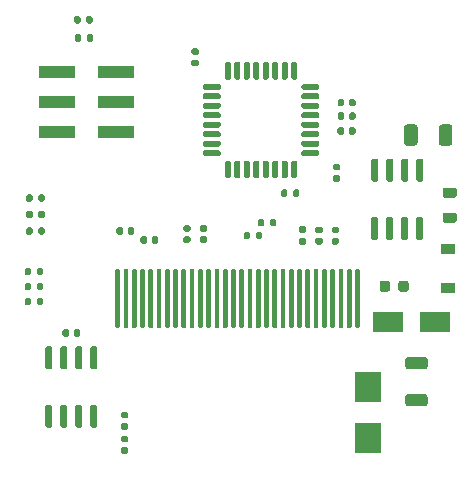
<source format=gbr>
%TF.GenerationSoftware,KiCad,Pcbnew,(5.1.10)-1*%
%TF.CreationDate,2021-10-31T13:05:10-04:00*%
%TF.ProjectId,CAN_Gauge,43414e5f-4761-4756-9765-2e6b69636164,rev?*%
%TF.SameCoordinates,Original*%
%TF.FileFunction,Paste,Top*%
%TF.FilePolarity,Positive*%
%FSLAX46Y46*%
G04 Gerber Fmt 4.6, Leading zero omitted, Abs format (unit mm)*
G04 Created by KiCad (PCBNEW (5.1.10)-1) date 2021-10-31 13:05:10*
%MOMM*%
%LPD*%
G01*
G04 APERTURE LIST*
%ADD10R,1.200000X0.900000*%
%ADD11R,3.150000X1.000000*%
%ADD12R,2.300000X2.500000*%
%ADD13R,2.500000X1.800000*%
G04 APERTURE END LIST*
%TO.C,L1*%
G36*
G01*
X151998650Y-92798600D02*
X151236150Y-92798600D01*
G75*
G02*
X151017400Y-92579850I0J218750D01*
G01*
X151017400Y-92142350D01*
G75*
G02*
X151236150Y-91923600I218750J0D01*
G01*
X151998650Y-91923600D01*
G75*
G02*
X152217400Y-92142350I0J-218750D01*
G01*
X152217400Y-92579850D01*
G75*
G02*
X151998650Y-92798600I-218750J0D01*
G01*
G37*
G36*
G01*
X151998650Y-94923600D02*
X151236150Y-94923600D01*
G75*
G02*
X151017400Y-94704850I0J218750D01*
G01*
X151017400Y-94267350D01*
G75*
G02*
X151236150Y-94048600I218750J0D01*
G01*
X151998650Y-94048600D01*
G75*
G02*
X152217400Y-94267350I0J-218750D01*
G01*
X152217400Y-94704850D01*
G75*
G02*
X151998650Y-94923600I-218750J0D01*
G01*
G37*
%TD*%
%TO.C,C11*%
G36*
G01*
X148888600Y-86829999D02*
X148888600Y-88130001D01*
G75*
G02*
X148638601Y-88380000I-249999J0D01*
G01*
X147988599Y-88380000D01*
G75*
G02*
X147738600Y-88130001I0J249999D01*
G01*
X147738600Y-86829999D01*
G75*
G02*
X147988599Y-86580000I249999J0D01*
G01*
X148638601Y-86580000D01*
G75*
G02*
X148888600Y-86829999I0J-249999D01*
G01*
G37*
G36*
G01*
X151838600Y-86829999D02*
X151838600Y-88130001D01*
G75*
G02*
X151588601Y-88380000I-249999J0D01*
G01*
X150938599Y-88380000D01*
G75*
G02*
X150688600Y-88130001I0J249999D01*
G01*
X150688600Y-86829999D01*
G75*
G02*
X150938599Y-86580000I249999J0D01*
G01*
X151588601Y-86580000D01*
G75*
G02*
X151838600Y-86829999I0J-249999D01*
G01*
G37*
%TD*%
D10*
%TO.C,D12*%
X151439600Y-100458400D03*
X151439600Y-97158400D03*
%TD*%
%TO.C,U3*%
G36*
G01*
X148927400Y-94415600D02*
X149227400Y-94415600D01*
G75*
G02*
X149377400Y-94565600I0J-150000D01*
G01*
X149377400Y-96215600D01*
G75*
G02*
X149227400Y-96365600I-150000J0D01*
G01*
X148927400Y-96365600D01*
G75*
G02*
X148777400Y-96215600I0J150000D01*
G01*
X148777400Y-94565600D01*
G75*
G02*
X148927400Y-94415600I150000J0D01*
G01*
G37*
G36*
G01*
X147657400Y-94415600D02*
X147957400Y-94415600D01*
G75*
G02*
X148107400Y-94565600I0J-150000D01*
G01*
X148107400Y-96215600D01*
G75*
G02*
X147957400Y-96365600I-150000J0D01*
G01*
X147657400Y-96365600D01*
G75*
G02*
X147507400Y-96215600I0J150000D01*
G01*
X147507400Y-94565600D01*
G75*
G02*
X147657400Y-94415600I150000J0D01*
G01*
G37*
G36*
G01*
X146387400Y-94415600D02*
X146687400Y-94415600D01*
G75*
G02*
X146837400Y-94565600I0J-150000D01*
G01*
X146837400Y-96215600D01*
G75*
G02*
X146687400Y-96365600I-150000J0D01*
G01*
X146387400Y-96365600D01*
G75*
G02*
X146237400Y-96215600I0J150000D01*
G01*
X146237400Y-94565600D01*
G75*
G02*
X146387400Y-94415600I150000J0D01*
G01*
G37*
G36*
G01*
X145117400Y-94415600D02*
X145417400Y-94415600D01*
G75*
G02*
X145567400Y-94565600I0J-150000D01*
G01*
X145567400Y-96215600D01*
G75*
G02*
X145417400Y-96365600I-150000J0D01*
G01*
X145117400Y-96365600D01*
G75*
G02*
X144967400Y-96215600I0J150000D01*
G01*
X144967400Y-94565600D01*
G75*
G02*
X145117400Y-94415600I150000J0D01*
G01*
G37*
G36*
G01*
X145117400Y-89465600D02*
X145417400Y-89465600D01*
G75*
G02*
X145567400Y-89615600I0J-150000D01*
G01*
X145567400Y-91265600D01*
G75*
G02*
X145417400Y-91415600I-150000J0D01*
G01*
X145117400Y-91415600D01*
G75*
G02*
X144967400Y-91265600I0J150000D01*
G01*
X144967400Y-89615600D01*
G75*
G02*
X145117400Y-89465600I150000J0D01*
G01*
G37*
G36*
G01*
X146387400Y-89465600D02*
X146687400Y-89465600D01*
G75*
G02*
X146837400Y-89615600I0J-150000D01*
G01*
X146837400Y-91265600D01*
G75*
G02*
X146687400Y-91415600I-150000J0D01*
G01*
X146387400Y-91415600D01*
G75*
G02*
X146237400Y-91265600I0J150000D01*
G01*
X146237400Y-89615600D01*
G75*
G02*
X146387400Y-89465600I150000J0D01*
G01*
G37*
G36*
G01*
X147657400Y-89465600D02*
X147957400Y-89465600D01*
G75*
G02*
X148107400Y-89615600I0J-150000D01*
G01*
X148107400Y-91265600D01*
G75*
G02*
X147957400Y-91415600I-150000J0D01*
G01*
X147657400Y-91415600D01*
G75*
G02*
X147507400Y-91265600I0J150000D01*
G01*
X147507400Y-89615600D01*
G75*
G02*
X147657400Y-89465600I150000J0D01*
G01*
G37*
G36*
G01*
X148927400Y-89465600D02*
X149227400Y-89465600D01*
G75*
G02*
X149377400Y-89615600I0J-150000D01*
G01*
X149377400Y-91265600D01*
G75*
G02*
X149227400Y-91415600I-150000J0D01*
G01*
X148927400Y-91415600D01*
G75*
G02*
X148777400Y-91265600I0J150000D01*
G01*
X148777400Y-89615600D01*
G75*
G02*
X148927400Y-89465600I150000J0D01*
G01*
G37*
%TD*%
%TO.C,C10*%
G36*
G01*
X147268400Y-100537850D02*
X147268400Y-100025350D01*
G75*
G02*
X147487150Y-99806600I218750J0D01*
G01*
X147924650Y-99806600D01*
G75*
G02*
X148143400Y-100025350I0J-218750D01*
G01*
X148143400Y-100537850D01*
G75*
G02*
X147924650Y-100756600I-218750J0D01*
G01*
X147487150Y-100756600D01*
G75*
G02*
X147268400Y-100537850I0J218750D01*
G01*
G37*
G36*
G01*
X145693400Y-100537850D02*
X145693400Y-100025350D01*
G75*
G02*
X145912150Y-99806600I218750J0D01*
G01*
X146349650Y-99806600D01*
G75*
G02*
X146568400Y-100025350I0J-218750D01*
G01*
X146568400Y-100537850D01*
G75*
G02*
X146349650Y-100756600I-218750J0D01*
G01*
X145912150Y-100756600D01*
G75*
G02*
X145693400Y-100537850I0J218750D01*
G01*
G37*
%TD*%
%TO.C,U4*%
G36*
G01*
X123304000Y-103723000D02*
X123304000Y-98923000D01*
G75*
G02*
X123404000Y-98823000I100000J0D01*
G01*
X123604000Y-98823000D01*
G75*
G02*
X123704000Y-98923000I0J-100000D01*
G01*
X123704000Y-103723000D01*
G75*
G02*
X123604000Y-103823000I-100000J0D01*
G01*
X123404000Y-103823000D01*
G75*
G02*
X123304000Y-103723000I0J100000D01*
G01*
G37*
G36*
G01*
X124004000Y-103723000D02*
X124004000Y-98923000D01*
G75*
G02*
X124104000Y-98823000I100000J0D01*
G01*
X124304000Y-98823000D01*
G75*
G02*
X124404000Y-98923000I0J-100000D01*
G01*
X124404000Y-103723000D01*
G75*
G02*
X124304000Y-103823000I-100000J0D01*
G01*
X124104000Y-103823000D01*
G75*
G02*
X124004000Y-103723000I0J100000D01*
G01*
G37*
G36*
G01*
X124704000Y-103723000D02*
X124704000Y-98923000D01*
G75*
G02*
X124804000Y-98823000I100000J0D01*
G01*
X125004000Y-98823000D01*
G75*
G02*
X125104000Y-98923000I0J-100000D01*
G01*
X125104000Y-103723000D01*
G75*
G02*
X125004000Y-103823000I-100000J0D01*
G01*
X124804000Y-103823000D01*
G75*
G02*
X124704000Y-103723000I0J100000D01*
G01*
G37*
G36*
G01*
X125404000Y-103723000D02*
X125404000Y-98923000D01*
G75*
G02*
X125504000Y-98823000I100000J0D01*
G01*
X125704000Y-98823000D01*
G75*
G02*
X125804000Y-98923000I0J-100000D01*
G01*
X125804000Y-103723000D01*
G75*
G02*
X125704000Y-103823000I-100000J0D01*
G01*
X125504000Y-103823000D01*
G75*
G02*
X125404000Y-103723000I0J100000D01*
G01*
G37*
G36*
G01*
X126104000Y-103723000D02*
X126104000Y-98923000D01*
G75*
G02*
X126204000Y-98823000I100000J0D01*
G01*
X126404000Y-98823000D01*
G75*
G02*
X126504000Y-98923000I0J-100000D01*
G01*
X126504000Y-103723000D01*
G75*
G02*
X126404000Y-103823000I-100000J0D01*
G01*
X126204000Y-103823000D01*
G75*
G02*
X126104000Y-103723000I0J100000D01*
G01*
G37*
G36*
G01*
X126804000Y-103723000D02*
X126804000Y-98923000D01*
G75*
G02*
X126904000Y-98823000I100000J0D01*
G01*
X127104000Y-98823000D01*
G75*
G02*
X127204000Y-98923000I0J-100000D01*
G01*
X127204000Y-103723000D01*
G75*
G02*
X127104000Y-103823000I-100000J0D01*
G01*
X126904000Y-103823000D01*
G75*
G02*
X126804000Y-103723000I0J100000D01*
G01*
G37*
G36*
G01*
X127504000Y-103723000D02*
X127504000Y-98923000D01*
G75*
G02*
X127604000Y-98823000I100000J0D01*
G01*
X127804000Y-98823000D01*
G75*
G02*
X127904000Y-98923000I0J-100000D01*
G01*
X127904000Y-103723000D01*
G75*
G02*
X127804000Y-103823000I-100000J0D01*
G01*
X127604000Y-103823000D01*
G75*
G02*
X127504000Y-103723000I0J100000D01*
G01*
G37*
G36*
G01*
X128204000Y-103723000D02*
X128204000Y-98923000D01*
G75*
G02*
X128304000Y-98823000I100000J0D01*
G01*
X128504000Y-98823000D01*
G75*
G02*
X128604000Y-98923000I0J-100000D01*
G01*
X128604000Y-103723000D01*
G75*
G02*
X128504000Y-103823000I-100000J0D01*
G01*
X128304000Y-103823000D01*
G75*
G02*
X128204000Y-103723000I0J100000D01*
G01*
G37*
G36*
G01*
X128904000Y-103723000D02*
X128904000Y-98923000D01*
G75*
G02*
X129004000Y-98823000I100000J0D01*
G01*
X129204000Y-98823000D01*
G75*
G02*
X129304000Y-98923000I0J-100000D01*
G01*
X129304000Y-103723000D01*
G75*
G02*
X129204000Y-103823000I-100000J0D01*
G01*
X129004000Y-103823000D01*
G75*
G02*
X128904000Y-103723000I0J100000D01*
G01*
G37*
G36*
G01*
X129604000Y-103723000D02*
X129604000Y-98923000D01*
G75*
G02*
X129704000Y-98823000I100000J0D01*
G01*
X129904000Y-98823000D01*
G75*
G02*
X130004000Y-98923000I0J-100000D01*
G01*
X130004000Y-103723000D01*
G75*
G02*
X129904000Y-103823000I-100000J0D01*
G01*
X129704000Y-103823000D01*
G75*
G02*
X129604000Y-103723000I0J100000D01*
G01*
G37*
G36*
G01*
X130304000Y-103723000D02*
X130304000Y-98923000D01*
G75*
G02*
X130404000Y-98823000I100000J0D01*
G01*
X130604000Y-98823000D01*
G75*
G02*
X130704000Y-98923000I0J-100000D01*
G01*
X130704000Y-103723000D01*
G75*
G02*
X130604000Y-103823000I-100000J0D01*
G01*
X130404000Y-103823000D01*
G75*
G02*
X130304000Y-103723000I0J100000D01*
G01*
G37*
G36*
G01*
X131004000Y-103723000D02*
X131004000Y-98923000D01*
G75*
G02*
X131104000Y-98823000I100000J0D01*
G01*
X131304000Y-98823000D01*
G75*
G02*
X131404000Y-98923000I0J-100000D01*
G01*
X131404000Y-103723000D01*
G75*
G02*
X131304000Y-103823000I-100000J0D01*
G01*
X131104000Y-103823000D01*
G75*
G02*
X131004000Y-103723000I0J100000D01*
G01*
G37*
G36*
G01*
X131704000Y-103723000D02*
X131704000Y-98923000D01*
G75*
G02*
X131804000Y-98823000I100000J0D01*
G01*
X132004000Y-98823000D01*
G75*
G02*
X132104000Y-98923000I0J-100000D01*
G01*
X132104000Y-103723000D01*
G75*
G02*
X132004000Y-103823000I-100000J0D01*
G01*
X131804000Y-103823000D01*
G75*
G02*
X131704000Y-103723000I0J100000D01*
G01*
G37*
G36*
G01*
X132404000Y-103723000D02*
X132404000Y-98923000D01*
G75*
G02*
X132504000Y-98823000I100000J0D01*
G01*
X132704000Y-98823000D01*
G75*
G02*
X132804000Y-98923000I0J-100000D01*
G01*
X132804000Y-103723000D01*
G75*
G02*
X132704000Y-103823000I-100000J0D01*
G01*
X132504000Y-103823000D01*
G75*
G02*
X132404000Y-103723000I0J100000D01*
G01*
G37*
G36*
G01*
X133104000Y-103723000D02*
X133104000Y-98923000D01*
G75*
G02*
X133204000Y-98823000I100000J0D01*
G01*
X133404000Y-98823000D01*
G75*
G02*
X133504000Y-98923000I0J-100000D01*
G01*
X133504000Y-103723000D01*
G75*
G02*
X133404000Y-103823000I-100000J0D01*
G01*
X133204000Y-103823000D01*
G75*
G02*
X133104000Y-103723000I0J100000D01*
G01*
G37*
G36*
G01*
X133804000Y-103723000D02*
X133804000Y-98923000D01*
G75*
G02*
X133904000Y-98823000I100000J0D01*
G01*
X134104000Y-98823000D01*
G75*
G02*
X134204000Y-98923000I0J-100000D01*
G01*
X134204000Y-103723000D01*
G75*
G02*
X134104000Y-103823000I-100000J0D01*
G01*
X133904000Y-103823000D01*
G75*
G02*
X133804000Y-103723000I0J100000D01*
G01*
G37*
G36*
G01*
X134504000Y-103723000D02*
X134504000Y-98923000D01*
G75*
G02*
X134604000Y-98823000I100000J0D01*
G01*
X134804000Y-98823000D01*
G75*
G02*
X134904000Y-98923000I0J-100000D01*
G01*
X134904000Y-103723000D01*
G75*
G02*
X134804000Y-103823000I-100000J0D01*
G01*
X134604000Y-103823000D01*
G75*
G02*
X134504000Y-103723000I0J100000D01*
G01*
G37*
G36*
G01*
X135204000Y-103723000D02*
X135204000Y-98923000D01*
G75*
G02*
X135304000Y-98823000I100000J0D01*
G01*
X135504000Y-98823000D01*
G75*
G02*
X135604000Y-98923000I0J-100000D01*
G01*
X135604000Y-103723000D01*
G75*
G02*
X135504000Y-103823000I-100000J0D01*
G01*
X135304000Y-103823000D01*
G75*
G02*
X135204000Y-103723000I0J100000D01*
G01*
G37*
G36*
G01*
X135904000Y-103723000D02*
X135904000Y-98923000D01*
G75*
G02*
X136004000Y-98823000I100000J0D01*
G01*
X136204000Y-98823000D01*
G75*
G02*
X136304000Y-98923000I0J-100000D01*
G01*
X136304000Y-103723000D01*
G75*
G02*
X136204000Y-103823000I-100000J0D01*
G01*
X136004000Y-103823000D01*
G75*
G02*
X135904000Y-103723000I0J100000D01*
G01*
G37*
G36*
G01*
X136604000Y-103723000D02*
X136604000Y-98923000D01*
G75*
G02*
X136704000Y-98823000I100000J0D01*
G01*
X136904000Y-98823000D01*
G75*
G02*
X137004000Y-98923000I0J-100000D01*
G01*
X137004000Y-103723000D01*
G75*
G02*
X136904000Y-103823000I-100000J0D01*
G01*
X136704000Y-103823000D01*
G75*
G02*
X136604000Y-103723000I0J100000D01*
G01*
G37*
G36*
G01*
X137304000Y-103723000D02*
X137304000Y-98923000D01*
G75*
G02*
X137404000Y-98823000I100000J0D01*
G01*
X137604000Y-98823000D01*
G75*
G02*
X137704000Y-98923000I0J-100000D01*
G01*
X137704000Y-103723000D01*
G75*
G02*
X137604000Y-103823000I-100000J0D01*
G01*
X137404000Y-103823000D01*
G75*
G02*
X137304000Y-103723000I0J100000D01*
G01*
G37*
G36*
G01*
X138004000Y-103723000D02*
X138004000Y-98923000D01*
G75*
G02*
X138104000Y-98823000I100000J0D01*
G01*
X138304000Y-98823000D01*
G75*
G02*
X138404000Y-98923000I0J-100000D01*
G01*
X138404000Y-103723000D01*
G75*
G02*
X138304000Y-103823000I-100000J0D01*
G01*
X138104000Y-103823000D01*
G75*
G02*
X138004000Y-103723000I0J100000D01*
G01*
G37*
G36*
G01*
X138704000Y-103723000D02*
X138704000Y-98923000D01*
G75*
G02*
X138804000Y-98823000I100000J0D01*
G01*
X139004000Y-98823000D01*
G75*
G02*
X139104000Y-98923000I0J-100000D01*
G01*
X139104000Y-103723000D01*
G75*
G02*
X139004000Y-103823000I-100000J0D01*
G01*
X138804000Y-103823000D01*
G75*
G02*
X138704000Y-103723000I0J100000D01*
G01*
G37*
G36*
G01*
X139404000Y-103723000D02*
X139404000Y-98923000D01*
G75*
G02*
X139504000Y-98823000I100000J0D01*
G01*
X139704000Y-98823000D01*
G75*
G02*
X139804000Y-98923000I0J-100000D01*
G01*
X139804000Y-103723000D01*
G75*
G02*
X139704000Y-103823000I-100000J0D01*
G01*
X139504000Y-103823000D01*
G75*
G02*
X139404000Y-103723000I0J100000D01*
G01*
G37*
G36*
G01*
X140104000Y-103723000D02*
X140104000Y-98923000D01*
G75*
G02*
X140204000Y-98823000I100000J0D01*
G01*
X140404000Y-98823000D01*
G75*
G02*
X140504000Y-98923000I0J-100000D01*
G01*
X140504000Y-103723000D01*
G75*
G02*
X140404000Y-103823000I-100000J0D01*
G01*
X140204000Y-103823000D01*
G75*
G02*
X140104000Y-103723000I0J100000D01*
G01*
G37*
G36*
G01*
X140804000Y-103723000D02*
X140804000Y-98923000D01*
G75*
G02*
X140904000Y-98823000I100000J0D01*
G01*
X141104000Y-98823000D01*
G75*
G02*
X141204000Y-98923000I0J-100000D01*
G01*
X141204000Y-103723000D01*
G75*
G02*
X141104000Y-103823000I-100000J0D01*
G01*
X140904000Y-103823000D01*
G75*
G02*
X140804000Y-103723000I0J100000D01*
G01*
G37*
G36*
G01*
X141504000Y-103723000D02*
X141504000Y-98923000D01*
G75*
G02*
X141604000Y-98823000I100000J0D01*
G01*
X141804000Y-98823000D01*
G75*
G02*
X141904000Y-98923000I0J-100000D01*
G01*
X141904000Y-103723000D01*
G75*
G02*
X141804000Y-103823000I-100000J0D01*
G01*
X141604000Y-103823000D01*
G75*
G02*
X141504000Y-103723000I0J100000D01*
G01*
G37*
G36*
G01*
X142204000Y-103723000D02*
X142204000Y-98923000D01*
G75*
G02*
X142304000Y-98823000I100000J0D01*
G01*
X142504000Y-98823000D01*
G75*
G02*
X142604000Y-98923000I0J-100000D01*
G01*
X142604000Y-103723000D01*
G75*
G02*
X142504000Y-103823000I-100000J0D01*
G01*
X142304000Y-103823000D01*
G75*
G02*
X142204000Y-103723000I0J100000D01*
G01*
G37*
G36*
G01*
X142904000Y-103723000D02*
X142904000Y-98923000D01*
G75*
G02*
X143004000Y-98823000I100000J0D01*
G01*
X143204000Y-98823000D01*
G75*
G02*
X143304000Y-98923000I0J-100000D01*
G01*
X143304000Y-103723000D01*
G75*
G02*
X143204000Y-103823000I-100000J0D01*
G01*
X143004000Y-103823000D01*
G75*
G02*
X142904000Y-103723000I0J100000D01*
G01*
G37*
G36*
G01*
X143604000Y-103723000D02*
X143604000Y-98923000D01*
G75*
G02*
X143704000Y-98823000I100000J0D01*
G01*
X143904000Y-98823000D01*
G75*
G02*
X144004000Y-98923000I0J-100000D01*
G01*
X144004000Y-103723000D01*
G75*
G02*
X143904000Y-103823000I-100000J0D01*
G01*
X143704000Y-103823000D01*
G75*
G02*
X143604000Y-103723000I0J100000D01*
G01*
G37*
%TD*%
%TO.C,U1*%
G36*
G01*
X138690800Y-89760000D02*
X138690800Y-91010000D01*
G75*
G02*
X138565800Y-91135000I-125000J0D01*
G01*
X138315800Y-91135000D01*
G75*
G02*
X138190800Y-91010000I0J125000D01*
G01*
X138190800Y-89760000D01*
G75*
G02*
X138315800Y-89635000I125000J0D01*
G01*
X138565800Y-89635000D01*
G75*
G02*
X138690800Y-89760000I0J-125000D01*
G01*
G37*
G36*
G01*
X137890800Y-89760000D02*
X137890800Y-91010000D01*
G75*
G02*
X137765800Y-91135000I-125000J0D01*
G01*
X137515800Y-91135000D01*
G75*
G02*
X137390800Y-91010000I0J125000D01*
G01*
X137390800Y-89760000D01*
G75*
G02*
X137515800Y-89635000I125000J0D01*
G01*
X137765800Y-89635000D01*
G75*
G02*
X137890800Y-89760000I0J-125000D01*
G01*
G37*
G36*
G01*
X137090800Y-89760000D02*
X137090800Y-91010000D01*
G75*
G02*
X136965800Y-91135000I-125000J0D01*
G01*
X136715800Y-91135000D01*
G75*
G02*
X136590800Y-91010000I0J125000D01*
G01*
X136590800Y-89760000D01*
G75*
G02*
X136715800Y-89635000I125000J0D01*
G01*
X136965800Y-89635000D01*
G75*
G02*
X137090800Y-89760000I0J-125000D01*
G01*
G37*
G36*
G01*
X136290800Y-89760000D02*
X136290800Y-91010000D01*
G75*
G02*
X136165800Y-91135000I-125000J0D01*
G01*
X135915800Y-91135000D01*
G75*
G02*
X135790800Y-91010000I0J125000D01*
G01*
X135790800Y-89760000D01*
G75*
G02*
X135915800Y-89635000I125000J0D01*
G01*
X136165800Y-89635000D01*
G75*
G02*
X136290800Y-89760000I0J-125000D01*
G01*
G37*
G36*
G01*
X135490800Y-89760000D02*
X135490800Y-91010000D01*
G75*
G02*
X135365800Y-91135000I-125000J0D01*
G01*
X135115800Y-91135000D01*
G75*
G02*
X134990800Y-91010000I0J125000D01*
G01*
X134990800Y-89760000D01*
G75*
G02*
X135115800Y-89635000I125000J0D01*
G01*
X135365800Y-89635000D01*
G75*
G02*
X135490800Y-89760000I0J-125000D01*
G01*
G37*
G36*
G01*
X134690800Y-89760000D02*
X134690800Y-91010000D01*
G75*
G02*
X134565800Y-91135000I-125000J0D01*
G01*
X134315800Y-91135000D01*
G75*
G02*
X134190800Y-91010000I0J125000D01*
G01*
X134190800Y-89760000D01*
G75*
G02*
X134315800Y-89635000I125000J0D01*
G01*
X134565800Y-89635000D01*
G75*
G02*
X134690800Y-89760000I0J-125000D01*
G01*
G37*
G36*
G01*
X133890800Y-89760000D02*
X133890800Y-91010000D01*
G75*
G02*
X133765800Y-91135000I-125000J0D01*
G01*
X133515800Y-91135000D01*
G75*
G02*
X133390800Y-91010000I0J125000D01*
G01*
X133390800Y-89760000D01*
G75*
G02*
X133515800Y-89635000I125000J0D01*
G01*
X133765800Y-89635000D01*
G75*
G02*
X133890800Y-89760000I0J-125000D01*
G01*
G37*
G36*
G01*
X133090800Y-89760000D02*
X133090800Y-91010000D01*
G75*
G02*
X132965800Y-91135000I-125000J0D01*
G01*
X132715800Y-91135000D01*
G75*
G02*
X132590800Y-91010000I0J125000D01*
G01*
X132590800Y-89760000D01*
G75*
G02*
X132715800Y-89635000I125000J0D01*
G01*
X132965800Y-89635000D01*
G75*
G02*
X133090800Y-89760000I0J-125000D01*
G01*
G37*
G36*
G01*
X132215800Y-88885000D02*
X132215800Y-89135000D01*
G75*
G02*
X132090800Y-89260000I-125000J0D01*
G01*
X130840800Y-89260000D01*
G75*
G02*
X130715800Y-89135000I0J125000D01*
G01*
X130715800Y-88885000D01*
G75*
G02*
X130840800Y-88760000I125000J0D01*
G01*
X132090800Y-88760000D01*
G75*
G02*
X132215800Y-88885000I0J-125000D01*
G01*
G37*
G36*
G01*
X132215800Y-88085000D02*
X132215800Y-88335000D01*
G75*
G02*
X132090800Y-88460000I-125000J0D01*
G01*
X130840800Y-88460000D01*
G75*
G02*
X130715800Y-88335000I0J125000D01*
G01*
X130715800Y-88085000D01*
G75*
G02*
X130840800Y-87960000I125000J0D01*
G01*
X132090800Y-87960000D01*
G75*
G02*
X132215800Y-88085000I0J-125000D01*
G01*
G37*
G36*
G01*
X132215800Y-87285000D02*
X132215800Y-87535000D01*
G75*
G02*
X132090800Y-87660000I-125000J0D01*
G01*
X130840800Y-87660000D01*
G75*
G02*
X130715800Y-87535000I0J125000D01*
G01*
X130715800Y-87285000D01*
G75*
G02*
X130840800Y-87160000I125000J0D01*
G01*
X132090800Y-87160000D01*
G75*
G02*
X132215800Y-87285000I0J-125000D01*
G01*
G37*
G36*
G01*
X132215800Y-86485000D02*
X132215800Y-86735000D01*
G75*
G02*
X132090800Y-86860000I-125000J0D01*
G01*
X130840800Y-86860000D01*
G75*
G02*
X130715800Y-86735000I0J125000D01*
G01*
X130715800Y-86485000D01*
G75*
G02*
X130840800Y-86360000I125000J0D01*
G01*
X132090800Y-86360000D01*
G75*
G02*
X132215800Y-86485000I0J-125000D01*
G01*
G37*
G36*
G01*
X132215800Y-85685000D02*
X132215800Y-85935000D01*
G75*
G02*
X132090800Y-86060000I-125000J0D01*
G01*
X130840800Y-86060000D01*
G75*
G02*
X130715800Y-85935000I0J125000D01*
G01*
X130715800Y-85685000D01*
G75*
G02*
X130840800Y-85560000I125000J0D01*
G01*
X132090800Y-85560000D01*
G75*
G02*
X132215800Y-85685000I0J-125000D01*
G01*
G37*
G36*
G01*
X132215800Y-84885000D02*
X132215800Y-85135000D01*
G75*
G02*
X132090800Y-85260000I-125000J0D01*
G01*
X130840800Y-85260000D01*
G75*
G02*
X130715800Y-85135000I0J125000D01*
G01*
X130715800Y-84885000D01*
G75*
G02*
X130840800Y-84760000I125000J0D01*
G01*
X132090800Y-84760000D01*
G75*
G02*
X132215800Y-84885000I0J-125000D01*
G01*
G37*
G36*
G01*
X132215800Y-84085000D02*
X132215800Y-84335000D01*
G75*
G02*
X132090800Y-84460000I-125000J0D01*
G01*
X130840800Y-84460000D01*
G75*
G02*
X130715800Y-84335000I0J125000D01*
G01*
X130715800Y-84085000D01*
G75*
G02*
X130840800Y-83960000I125000J0D01*
G01*
X132090800Y-83960000D01*
G75*
G02*
X132215800Y-84085000I0J-125000D01*
G01*
G37*
G36*
G01*
X132215800Y-83285000D02*
X132215800Y-83535000D01*
G75*
G02*
X132090800Y-83660000I-125000J0D01*
G01*
X130840800Y-83660000D01*
G75*
G02*
X130715800Y-83535000I0J125000D01*
G01*
X130715800Y-83285000D01*
G75*
G02*
X130840800Y-83160000I125000J0D01*
G01*
X132090800Y-83160000D01*
G75*
G02*
X132215800Y-83285000I0J-125000D01*
G01*
G37*
G36*
G01*
X133090800Y-81410000D02*
X133090800Y-82660000D01*
G75*
G02*
X132965800Y-82785000I-125000J0D01*
G01*
X132715800Y-82785000D01*
G75*
G02*
X132590800Y-82660000I0J125000D01*
G01*
X132590800Y-81410000D01*
G75*
G02*
X132715800Y-81285000I125000J0D01*
G01*
X132965800Y-81285000D01*
G75*
G02*
X133090800Y-81410000I0J-125000D01*
G01*
G37*
G36*
G01*
X133890800Y-81410000D02*
X133890800Y-82660000D01*
G75*
G02*
X133765800Y-82785000I-125000J0D01*
G01*
X133515800Y-82785000D01*
G75*
G02*
X133390800Y-82660000I0J125000D01*
G01*
X133390800Y-81410000D01*
G75*
G02*
X133515800Y-81285000I125000J0D01*
G01*
X133765800Y-81285000D01*
G75*
G02*
X133890800Y-81410000I0J-125000D01*
G01*
G37*
G36*
G01*
X134690800Y-81410000D02*
X134690800Y-82660000D01*
G75*
G02*
X134565800Y-82785000I-125000J0D01*
G01*
X134315800Y-82785000D01*
G75*
G02*
X134190800Y-82660000I0J125000D01*
G01*
X134190800Y-81410000D01*
G75*
G02*
X134315800Y-81285000I125000J0D01*
G01*
X134565800Y-81285000D01*
G75*
G02*
X134690800Y-81410000I0J-125000D01*
G01*
G37*
G36*
G01*
X135490800Y-81410000D02*
X135490800Y-82660000D01*
G75*
G02*
X135365800Y-82785000I-125000J0D01*
G01*
X135115800Y-82785000D01*
G75*
G02*
X134990800Y-82660000I0J125000D01*
G01*
X134990800Y-81410000D01*
G75*
G02*
X135115800Y-81285000I125000J0D01*
G01*
X135365800Y-81285000D01*
G75*
G02*
X135490800Y-81410000I0J-125000D01*
G01*
G37*
G36*
G01*
X136290800Y-81410000D02*
X136290800Y-82660000D01*
G75*
G02*
X136165800Y-82785000I-125000J0D01*
G01*
X135915800Y-82785000D01*
G75*
G02*
X135790800Y-82660000I0J125000D01*
G01*
X135790800Y-81410000D01*
G75*
G02*
X135915800Y-81285000I125000J0D01*
G01*
X136165800Y-81285000D01*
G75*
G02*
X136290800Y-81410000I0J-125000D01*
G01*
G37*
G36*
G01*
X137090800Y-81410000D02*
X137090800Y-82660000D01*
G75*
G02*
X136965800Y-82785000I-125000J0D01*
G01*
X136715800Y-82785000D01*
G75*
G02*
X136590800Y-82660000I0J125000D01*
G01*
X136590800Y-81410000D01*
G75*
G02*
X136715800Y-81285000I125000J0D01*
G01*
X136965800Y-81285000D01*
G75*
G02*
X137090800Y-81410000I0J-125000D01*
G01*
G37*
G36*
G01*
X137890800Y-81410000D02*
X137890800Y-82660000D01*
G75*
G02*
X137765800Y-82785000I-125000J0D01*
G01*
X137515800Y-82785000D01*
G75*
G02*
X137390800Y-82660000I0J125000D01*
G01*
X137390800Y-81410000D01*
G75*
G02*
X137515800Y-81285000I125000J0D01*
G01*
X137765800Y-81285000D01*
G75*
G02*
X137890800Y-81410000I0J-125000D01*
G01*
G37*
G36*
G01*
X138690800Y-81410000D02*
X138690800Y-82660000D01*
G75*
G02*
X138565800Y-82785000I-125000J0D01*
G01*
X138315800Y-82785000D01*
G75*
G02*
X138190800Y-82660000I0J125000D01*
G01*
X138190800Y-81410000D01*
G75*
G02*
X138315800Y-81285000I125000J0D01*
G01*
X138565800Y-81285000D01*
G75*
G02*
X138690800Y-81410000I0J-125000D01*
G01*
G37*
G36*
G01*
X140565800Y-83285000D02*
X140565800Y-83535000D01*
G75*
G02*
X140440800Y-83660000I-125000J0D01*
G01*
X139190800Y-83660000D01*
G75*
G02*
X139065800Y-83535000I0J125000D01*
G01*
X139065800Y-83285000D01*
G75*
G02*
X139190800Y-83160000I125000J0D01*
G01*
X140440800Y-83160000D01*
G75*
G02*
X140565800Y-83285000I0J-125000D01*
G01*
G37*
G36*
G01*
X140565800Y-84085000D02*
X140565800Y-84335000D01*
G75*
G02*
X140440800Y-84460000I-125000J0D01*
G01*
X139190800Y-84460000D01*
G75*
G02*
X139065800Y-84335000I0J125000D01*
G01*
X139065800Y-84085000D01*
G75*
G02*
X139190800Y-83960000I125000J0D01*
G01*
X140440800Y-83960000D01*
G75*
G02*
X140565800Y-84085000I0J-125000D01*
G01*
G37*
G36*
G01*
X140565800Y-84885000D02*
X140565800Y-85135000D01*
G75*
G02*
X140440800Y-85260000I-125000J0D01*
G01*
X139190800Y-85260000D01*
G75*
G02*
X139065800Y-85135000I0J125000D01*
G01*
X139065800Y-84885000D01*
G75*
G02*
X139190800Y-84760000I125000J0D01*
G01*
X140440800Y-84760000D01*
G75*
G02*
X140565800Y-84885000I0J-125000D01*
G01*
G37*
G36*
G01*
X140565800Y-85685000D02*
X140565800Y-85935000D01*
G75*
G02*
X140440800Y-86060000I-125000J0D01*
G01*
X139190800Y-86060000D01*
G75*
G02*
X139065800Y-85935000I0J125000D01*
G01*
X139065800Y-85685000D01*
G75*
G02*
X139190800Y-85560000I125000J0D01*
G01*
X140440800Y-85560000D01*
G75*
G02*
X140565800Y-85685000I0J-125000D01*
G01*
G37*
G36*
G01*
X140565800Y-86485000D02*
X140565800Y-86735000D01*
G75*
G02*
X140440800Y-86860000I-125000J0D01*
G01*
X139190800Y-86860000D01*
G75*
G02*
X139065800Y-86735000I0J125000D01*
G01*
X139065800Y-86485000D01*
G75*
G02*
X139190800Y-86360000I125000J0D01*
G01*
X140440800Y-86360000D01*
G75*
G02*
X140565800Y-86485000I0J-125000D01*
G01*
G37*
G36*
G01*
X140565800Y-87285000D02*
X140565800Y-87535000D01*
G75*
G02*
X140440800Y-87660000I-125000J0D01*
G01*
X139190800Y-87660000D01*
G75*
G02*
X139065800Y-87535000I0J125000D01*
G01*
X139065800Y-87285000D01*
G75*
G02*
X139190800Y-87160000I125000J0D01*
G01*
X140440800Y-87160000D01*
G75*
G02*
X140565800Y-87285000I0J-125000D01*
G01*
G37*
G36*
G01*
X140565800Y-88085000D02*
X140565800Y-88335000D01*
G75*
G02*
X140440800Y-88460000I-125000J0D01*
G01*
X139190800Y-88460000D01*
G75*
G02*
X139065800Y-88335000I0J125000D01*
G01*
X139065800Y-88085000D01*
G75*
G02*
X139190800Y-87960000I125000J0D01*
G01*
X140440800Y-87960000D01*
G75*
G02*
X140565800Y-88085000I0J-125000D01*
G01*
G37*
G36*
G01*
X140565800Y-88885000D02*
X140565800Y-89135000D01*
G75*
G02*
X140440800Y-89260000I-125000J0D01*
G01*
X139190800Y-89260000D01*
G75*
G02*
X139065800Y-89135000I0J125000D01*
G01*
X139065800Y-88885000D01*
G75*
G02*
X139190800Y-88760000I125000J0D01*
G01*
X140440800Y-88760000D01*
G75*
G02*
X140565800Y-88885000I0J-125000D01*
G01*
G37*
%TD*%
%TO.C,R22*%
G36*
G01*
X120414800Y-79065400D02*
X120414800Y-79435400D01*
G75*
G02*
X120279800Y-79570400I-135000J0D01*
G01*
X120009800Y-79570400D01*
G75*
G02*
X119874800Y-79435400I0J135000D01*
G01*
X119874800Y-79065400D01*
G75*
G02*
X120009800Y-78930400I135000J0D01*
G01*
X120279800Y-78930400D01*
G75*
G02*
X120414800Y-79065400I0J-135000D01*
G01*
G37*
G36*
G01*
X121434800Y-79065400D02*
X121434800Y-79435400D01*
G75*
G02*
X121299800Y-79570400I-135000J0D01*
G01*
X121029800Y-79570400D01*
G75*
G02*
X120894800Y-79435400I0J135000D01*
G01*
X120894800Y-79065400D01*
G75*
G02*
X121029800Y-78930400I135000J0D01*
G01*
X121299800Y-78930400D01*
G75*
G02*
X121434800Y-79065400I0J-135000D01*
G01*
G37*
%TD*%
%TO.C,R6*%
G36*
G01*
X120364000Y-77541400D02*
X120364000Y-77911400D01*
G75*
G02*
X120229000Y-78046400I-135000J0D01*
G01*
X119959000Y-78046400D01*
G75*
G02*
X119824000Y-77911400I0J135000D01*
G01*
X119824000Y-77541400D01*
G75*
G02*
X119959000Y-77406400I135000J0D01*
G01*
X120229000Y-77406400D01*
G75*
G02*
X120364000Y-77541400I0J-135000D01*
G01*
G37*
G36*
G01*
X121384000Y-77541400D02*
X121384000Y-77911400D01*
G75*
G02*
X121249000Y-78046400I-135000J0D01*
G01*
X120979000Y-78046400D01*
G75*
G02*
X120844000Y-77911400I0J135000D01*
G01*
X120844000Y-77541400D01*
G75*
G02*
X120979000Y-77406400I135000J0D01*
G01*
X121249000Y-77406400D01*
G75*
G02*
X121384000Y-77541400I0J-135000D01*
G01*
G37*
%TD*%
%TO.C,L2*%
G36*
G01*
X142687800Y-86977300D02*
X142687800Y-87322300D01*
G75*
G02*
X142540300Y-87469800I-147500J0D01*
G01*
X142245300Y-87469800D01*
G75*
G02*
X142097800Y-87322300I0J147500D01*
G01*
X142097800Y-86977300D01*
G75*
G02*
X142245300Y-86829800I147500J0D01*
G01*
X142540300Y-86829800D01*
G75*
G02*
X142687800Y-86977300I0J-147500D01*
G01*
G37*
G36*
G01*
X143657800Y-86977300D02*
X143657800Y-87322300D01*
G75*
G02*
X143510300Y-87469800I-147500J0D01*
G01*
X143215300Y-87469800D01*
G75*
G02*
X143067800Y-87322300I0J147500D01*
G01*
X143067800Y-86977300D01*
G75*
G02*
X143215300Y-86829800I147500J0D01*
G01*
X143510300Y-86829800D01*
G75*
G02*
X143657800Y-86977300I0J-147500D01*
G01*
G37*
%TD*%
D11*
%TO.C,J1*%
X123383000Y-87226000D03*
X118333000Y-87226000D03*
X123383000Y-84686000D03*
X118333000Y-84686000D03*
X123383000Y-82146000D03*
X118333000Y-82146000D03*
%TD*%
D12*
%TO.C,D22*%
X144734000Y-113125000D03*
X144734000Y-108825000D03*
%TD*%
%TO.C,C9*%
G36*
G01*
X148097999Y-109408800D02*
X149498001Y-109408800D01*
G75*
G02*
X149748000Y-109658799I0J-249999D01*
G01*
X149748000Y-110208801D01*
G75*
G02*
X149498001Y-110458800I-249999J0D01*
G01*
X148097999Y-110458800D01*
G75*
G02*
X147848000Y-110208801I0J249999D01*
G01*
X147848000Y-109658799D01*
G75*
G02*
X148097999Y-109408800I249999J0D01*
G01*
G37*
G36*
G01*
X148097999Y-106258800D02*
X149498001Y-106258800D01*
G75*
G02*
X149748000Y-106508799I0J-249999D01*
G01*
X149748000Y-107058801D01*
G75*
G02*
X149498001Y-107308800I-249999J0D01*
G01*
X148097999Y-107308800D01*
G75*
G02*
X147848000Y-107058801I0J249999D01*
G01*
X147848000Y-106508799D01*
G75*
G02*
X148097999Y-106258800I249999J0D01*
G01*
G37*
%TD*%
%TO.C,R26*%
G36*
G01*
X138961000Y-96229000D02*
X139331000Y-96229000D01*
G75*
G02*
X139466000Y-96364000I0J-135000D01*
G01*
X139466000Y-96634000D01*
G75*
G02*
X139331000Y-96769000I-135000J0D01*
G01*
X138961000Y-96769000D01*
G75*
G02*
X138826000Y-96634000I0J135000D01*
G01*
X138826000Y-96364000D01*
G75*
G02*
X138961000Y-96229000I135000J0D01*
G01*
G37*
G36*
G01*
X138961000Y-95209000D02*
X139331000Y-95209000D01*
G75*
G02*
X139466000Y-95344000I0J-135000D01*
G01*
X139466000Y-95614000D01*
G75*
G02*
X139331000Y-95749000I-135000J0D01*
G01*
X138961000Y-95749000D01*
G75*
G02*
X138826000Y-95614000I0J135000D01*
G01*
X138826000Y-95344000D01*
G75*
G02*
X138961000Y-95209000I135000J0D01*
G01*
G37*
%TD*%
%TO.C,R25*%
G36*
G01*
X136388800Y-95081800D02*
X136388800Y-94711800D01*
G75*
G02*
X136523800Y-94576800I135000J0D01*
G01*
X136793800Y-94576800D01*
G75*
G02*
X136928800Y-94711800I0J-135000D01*
G01*
X136928800Y-95081800D01*
G75*
G02*
X136793800Y-95216800I-135000J0D01*
G01*
X136523800Y-95216800D01*
G75*
G02*
X136388800Y-95081800I0J135000D01*
G01*
G37*
G36*
G01*
X135368800Y-95081800D02*
X135368800Y-94711800D01*
G75*
G02*
X135503800Y-94576800I135000J0D01*
G01*
X135773800Y-94576800D01*
G75*
G02*
X135908800Y-94711800I0J-135000D01*
G01*
X135908800Y-95081800D01*
G75*
G02*
X135773800Y-95216800I-135000J0D01*
G01*
X135503800Y-95216800D01*
G75*
G02*
X135368800Y-95081800I0J135000D01*
G01*
G37*
%TD*%
%TO.C,R24*%
G36*
G01*
X134715000Y-95804000D02*
X134715000Y-96174000D01*
G75*
G02*
X134580000Y-96309000I-135000J0D01*
G01*
X134310000Y-96309000D01*
G75*
G02*
X134175000Y-96174000I0J135000D01*
G01*
X134175000Y-95804000D01*
G75*
G02*
X134310000Y-95669000I135000J0D01*
G01*
X134580000Y-95669000D01*
G75*
G02*
X134715000Y-95804000I0J-135000D01*
G01*
G37*
G36*
G01*
X135735000Y-95804000D02*
X135735000Y-96174000D01*
G75*
G02*
X135600000Y-96309000I-135000J0D01*
G01*
X135330000Y-96309000D01*
G75*
G02*
X135195000Y-96174000I0J135000D01*
G01*
X135195000Y-95804000D01*
G75*
G02*
X135330000Y-95669000I135000J0D01*
G01*
X135600000Y-95669000D01*
G75*
G02*
X135735000Y-95804000I0J-135000D01*
G01*
G37*
%TD*%
%TO.C,C18*%
G36*
G01*
X123960000Y-95438000D02*
X123960000Y-95778000D01*
G75*
G02*
X123820000Y-95918000I-140000J0D01*
G01*
X123540000Y-95918000D01*
G75*
G02*
X123400000Y-95778000I0J140000D01*
G01*
X123400000Y-95438000D01*
G75*
G02*
X123540000Y-95298000I140000J0D01*
G01*
X123820000Y-95298000D01*
G75*
G02*
X123960000Y-95438000I0J-140000D01*
G01*
G37*
G36*
G01*
X124920000Y-95438000D02*
X124920000Y-95778000D01*
G75*
G02*
X124780000Y-95918000I-140000J0D01*
G01*
X124500000Y-95918000D01*
G75*
G02*
X124360000Y-95778000I0J140000D01*
G01*
X124360000Y-95438000D01*
G75*
G02*
X124500000Y-95298000I140000J0D01*
G01*
X124780000Y-95298000D01*
G75*
G02*
X124920000Y-95438000I0J-140000D01*
G01*
G37*
%TD*%
%TO.C,C17*%
G36*
G01*
X141770000Y-96189000D02*
X142110000Y-96189000D01*
G75*
G02*
X142250000Y-96329000I0J-140000D01*
G01*
X142250000Y-96609000D01*
G75*
G02*
X142110000Y-96749000I-140000J0D01*
G01*
X141770000Y-96749000D01*
G75*
G02*
X141630000Y-96609000I0J140000D01*
G01*
X141630000Y-96329000D01*
G75*
G02*
X141770000Y-96189000I140000J0D01*
G01*
G37*
G36*
G01*
X141770000Y-95229000D02*
X142110000Y-95229000D01*
G75*
G02*
X142250000Y-95369000I0J-140000D01*
G01*
X142250000Y-95649000D01*
G75*
G02*
X142110000Y-95789000I-140000J0D01*
G01*
X141770000Y-95789000D01*
G75*
G02*
X141630000Y-95649000I0J140000D01*
G01*
X141630000Y-95369000D01*
G75*
G02*
X141770000Y-95229000I140000J0D01*
G01*
G37*
%TD*%
%TO.C,C16*%
G36*
G01*
X125992000Y-96200000D02*
X125992000Y-96540000D01*
G75*
G02*
X125852000Y-96680000I-140000J0D01*
G01*
X125572000Y-96680000D01*
G75*
G02*
X125432000Y-96540000I0J140000D01*
G01*
X125432000Y-96200000D01*
G75*
G02*
X125572000Y-96060000I140000J0D01*
G01*
X125852000Y-96060000D01*
G75*
G02*
X125992000Y-96200000I0J-140000D01*
G01*
G37*
G36*
G01*
X126952000Y-96200000D02*
X126952000Y-96540000D01*
G75*
G02*
X126812000Y-96680000I-140000J0D01*
G01*
X126532000Y-96680000D01*
G75*
G02*
X126392000Y-96540000I0J140000D01*
G01*
X126392000Y-96200000D01*
G75*
G02*
X126532000Y-96060000I140000J0D01*
G01*
X126812000Y-96060000D01*
G75*
G02*
X126952000Y-96200000I0J-140000D01*
G01*
G37*
%TD*%
%TO.C,C15*%
G36*
G01*
X140373000Y-96189000D02*
X140713000Y-96189000D01*
G75*
G02*
X140853000Y-96329000I0J-140000D01*
G01*
X140853000Y-96609000D01*
G75*
G02*
X140713000Y-96749000I-140000J0D01*
G01*
X140373000Y-96749000D01*
G75*
G02*
X140233000Y-96609000I0J140000D01*
G01*
X140233000Y-96329000D01*
G75*
G02*
X140373000Y-96189000I140000J0D01*
G01*
G37*
G36*
G01*
X140373000Y-95229000D02*
X140713000Y-95229000D01*
G75*
G02*
X140853000Y-95369000I0J-140000D01*
G01*
X140853000Y-95649000D01*
G75*
G02*
X140713000Y-95789000I-140000J0D01*
G01*
X140373000Y-95789000D01*
G75*
G02*
X140233000Y-95649000I0J140000D01*
G01*
X140233000Y-95369000D01*
G75*
G02*
X140373000Y-95229000I140000J0D01*
G01*
G37*
%TD*%
%TO.C,C14*%
G36*
G01*
X129197000Y-96062000D02*
X129537000Y-96062000D01*
G75*
G02*
X129677000Y-96202000I0J-140000D01*
G01*
X129677000Y-96482000D01*
G75*
G02*
X129537000Y-96622000I-140000J0D01*
G01*
X129197000Y-96622000D01*
G75*
G02*
X129057000Y-96482000I0J140000D01*
G01*
X129057000Y-96202000D01*
G75*
G02*
X129197000Y-96062000I140000J0D01*
G01*
G37*
G36*
G01*
X129197000Y-95102000D02*
X129537000Y-95102000D01*
G75*
G02*
X129677000Y-95242000I0J-140000D01*
G01*
X129677000Y-95522000D01*
G75*
G02*
X129537000Y-95662000I-140000J0D01*
G01*
X129197000Y-95662000D01*
G75*
G02*
X129057000Y-95522000I0J140000D01*
G01*
X129057000Y-95242000D01*
G75*
G02*
X129197000Y-95102000I140000J0D01*
G01*
G37*
%TD*%
%TO.C,C13*%
G36*
G01*
X130594000Y-96062000D02*
X130934000Y-96062000D01*
G75*
G02*
X131074000Y-96202000I0J-140000D01*
G01*
X131074000Y-96482000D01*
G75*
G02*
X130934000Y-96622000I-140000J0D01*
G01*
X130594000Y-96622000D01*
G75*
G02*
X130454000Y-96482000I0J140000D01*
G01*
X130454000Y-96202000D01*
G75*
G02*
X130594000Y-96062000I140000J0D01*
G01*
G37*
G36*
G01*
X130594000Y-95102000D02*
X130934000Y-95102000D01*
G75*
G02*
X131074000Y-95242000I0J-140000D01*
G01*
X131074000Y-95522000D01*
G75*
G02*
X130934000Y-95662000I-140000J0D01*
G01*
X130594000Y-95662000D01*
G75*
G02*
X130454000Y-95522000I0J140000D01*
G01*
X130454000Y-95242000D01*
G75*
G02*
X130594000Y-95102000I140000J0D01*
G01*
G37*
%TD*%
%TO.C,C8*%
G36*
G01*
X123926500Y-113905500D02*
X124266500Y-113905500D01*
G75*
G02*
X124406500Y-114045500I0J-140000D01*
G01*
X124406500Y-114325500D01*
G75*
G02*
X124266500Y-114465500I-140000J0D01*
G01*
X123926500Y-114465500D01*
G75*
G02*
X123786500Y-114325500I0J140000D01*
G01*
X123786500Y-114045500D01*
G75*
G02*
X123926500Y-113905500I140000J0D01*
G01*
G37*
G36*
G01*
X123926500Y-112945500D02*
X124266500Y-112945500D01*
G75*
G02*
X124406500Y-113085500I0J-140000D01*
G01*
X124406500Y-113365500D01*
G75*
G02*
X124266500Y-113505500I-140000J0D01*
G01*
X123926500Y-113505500D01*
G75*
G02*
X123786500Y-113365500I0J140000D01*
G01*
X123786500Y-113085500D01*
G75*
G02*
X123926500Y-112945500I140000J0D01*
G01*
G37*
%TD*%
%TO.C,C7*%
G36*
G01*
X123926500Y-111873500D02*
X124266500Y-111873500D01*
G75*
G02*
X124406500Y-112013500I0J-140000D01*
G01*
X124406500Y-112293500D01*
G75*
G02*
X124266500Y-112433500I-140000J0D01*
G01*
X123926500Y-112433500D01*
G75*
G02*
X123786500Y-112293500I0J140000D01*
G01*
X123786500Y-112013500D01*
G75*
G02*
X123926500Y-111873500I140000J0D01*
G01*
G37*
G36*
G01*
X123926500Y-110913500D02*
X124266500Y-110913500D01*
G75*
G02*
X124406500Y-111053500I0J-140000D01*
G01*
X124406500Y-111333500D01*
G75*
G02*
X124266500Y-111473500I-140000J0D01*
G01*
X123926500Y-111473500D01*
G75*
G02*
X123786500Y-111333500I0J140000D01*
G01*
X123786500Y-111053500D01*
G75*
G02*
X123926500Y-110913500I140000J0D01*
G01*
G37*
%TD*%
%TO.C,C5*%
G36*
G01*
X119788000Y-104414000D02*
X119788000Y-104074000D01*
G75*
G02*
X119928000Y-103934000I140000J0D01*
G01*
X120208000Y-103934000D01*
G75*
G02*
X120348000Y-104074000I0J-140000D01*
G01*
X120348000Y-104414000D01*
G75*
G02*
X120208000Y-104554000I-140000J0D01*
G01*
X119928000Y-104554000D01*
G75*
G02*
X119788000Y-104414000I0J140000D01*
G01*
G37*
G36*
G01*
X118828000Y-104414000D02*
X118828000Y-104074000D01*
G75*
G02*
X118968000Y-103934000I140000J0D01*
G01*
X119248000Y-103934000D01*
G75*
G02*
X119388000Y-104074000I0J-140000D01*
G01*
X119388000Y-104414000D01*
G75*
G02*
X119248000Y-104554000I-140000J0D01*
G01*
X118968000Y-104554000D01*
G75*
G02*
X118828000Y-104414000I0J140000D01*
G01*
G37*
%TD*%
%TO.C,C4*%
G36*
G01*
X143079800Y-84906800D02*
X143079800Y-84566800D01*
G75*
G02*
X143219800Y-84426800I140000J0D01*
G01*
X143499800Y-84426800D01*
G75*
G02*
X143639800Y-84566800I0J-140000D01*
G01*
X143639800Y-84906800D01*
G75*
G02*
X143499800Y-85046800I-140000J0D01*
G01*
X143219800Y-85046800D01*
G75*
G02*
X143079800Y-84906800I0J140000D01*
G01*
G37*
G36*
G01*
X142119800Y-84906800D02*
X142119800Y-84566800D01*
G75*
G02*
X142259800Y-84426800I140000J0D01*
G01*
X142539800Y-84426800D01*
G75*
G02*
X142679800Y-84566800I0J-140000D01*
G01*
X142679800Y-84906800D01*
G75*
G02*
X142539800Y-85046800I-140000J0D01*
G01*
X142259800Y-85046800D01*
G75*
G02*
X142119800Y-84906800I0J140000D01*
G01*
G37*
%TD*%
%TO.C,C3*%
G36*
G01*
X143079800Y-86049800D02*
X143079800Y-85709800D01*
G75*
G02*
X143219800Y-85569800I140000J0D01*
G01*
X143499800Y-85569800D01*
G75*
G02*
X143639800Y-85709800I0J-140000D01*
G01*
X143639800Y-86049800D01*
G75*
G02*
X143499800Y-86189800I-140000J0D01*
G01*
X143219800Y-86189800D01*
G75*
G02*
X143079800Y-86049800I0J140000D01*
G01*
G37*
G36*
G01*
X142119800Y-86049800D02*
X142119800Y-85709800D01*
G75*
G02*
X142259800Y-85569800I140000J0D01*
G01*
X142539800Y-85569800D01*
G75*
G02*
X142679800Y-85709800I0J-140000D01*
G01*
X142679800Y-86049800D01*
G75*
G02*
X142539800Y-86189800I-140000J0D01*
G01*
X142259800Y-86189800D01*
G75*
G02*
X142119800Y-86049800I0J140000D01*
G01*
G37*
%TD*%
%TO.C,C2*%
G36*
G01*
X141871600Y-90880400D02*
X142211600Y-90880400D01*
G75*
G02*
X142351600Y-91020400I0J-140000D01*
G01*
X142351600Y-91300400D01*
G75*
G02*
X142211600Y-91440400I-140000J0D01*
G01*
X141871600Y-91440400D01*
G75*
G02*
X141731600Y-91300400I0J140000D01*
G01*
X141731600Y-91020400D01*
G75*
G02*
X141871600Y-90880400I140000J0D01*
G01*
G37*
G36*
G01*
X141871600Y-89920400D02*
X142211600Y-89920400D01*
G75*
G02*
X142351600Y-90060400I0J-140000D01*
G01*
X142351600Y-90340400D01*
G75*
G02*
X142211600Y-90480400I-140000J0D01*
G01*
X141871600Y-90480400D01*
G75*
G02*
X141731600Y-90340400I0J140000D01*
G01*
X141731600Y-90060400D01*
G75*
G02*
X141871600Y-89920400I140000J0D01*
G01*
G37*
%TD*%
%TO.C,C1*%
G36*
G01*
X130222800Y-80698800D02*
X129882800Y-80698800D01*
G75*
G02*
X129742800Y-80558800I0J140000D01*
G01*
X129742800Y-80278800D01*
G75*
G02*
X129882800Y-80138800I140000J0D01*
G01*
X130222800Y-80138800D01*
G75*
G02*
X130362800Y-80278800I0J-140000D01*
G01*
X130362800Y-80558800D01*
G75*
G02*
X130222800Y-80698800I-140000J0D01*
G01*
G37*
G36*
G01*
X130222800Y-81658800D02*
X129882800Y-81658800D01*
G75*
G02*
X129742800Y-81518800I0J140000D01*
G01*
X129742800Y-81238800D01*
G75*
G02*
X129882800Y-81098800I140000J0D01*
G01*
X130222800Y-81098800D01*
G75*
G02*
X130362800Y-81238800I0J-140000D01*
G01*
X130362800Y-81518800D01*
G75*
G02*
X130222800Y-81658800I-140000J0D01*
G01*
G37*
%TD*%
%TO.C,R15*%
G36*
G01*
X116173000Y-101392000D02*
X116173000Y-101762000D01*
G75*
G02*
X116038000Y-101897000I-135000J0D01*
G01*
X115768000Y-101897000D01*
G75*
G02*
X115633000Y-101762000I0J135000D01*
G01*
X115633000Y-101392000D01*
G75*
G02*
X115768000Y-101257000I135000J0D01*
G01*
X116038000Y-101257000D01*
G75*
G02*
X116173000Y-101392000I0J-135000D01*
G01*
G37*
G36*
G01*
X117193000Y-101392000D02*
X117193000Y-101762000D01*
G75*
G02*
X117058000Y-101897000I-135000J0D01*
G01*
X116788000Y-101897000D01*
G75*
G02*
X116653000Y-101762000I0J135000D01*
G01*
X116653000Y-101392000D01*
G75*
G02*
X116788000Y-101257000I135000J0D01*
G01*
X117058000Y-101257000D01*
G75*
G02*
X117193000Y-101392000I0J-135000D01*
G01*
G37*
%TD*%
%TO.C,R14*%
G36*
G01*
X116173000Y-100122000D02*
X116173000Y-100492000D01*
G75*
G02*
X116038000Y-100627000I-135000J0D01*
G01*
X115768000Y-100627000D01*
G75*
G02*
X115633000Y-100492000I0J135000D01*
G01*
X115633000Y-100122000D01*
G75*
G02*
X115768000Y-99987000I135000J0D01*
G01*
X116038000Y-99987000D01*
G75*
G02*
X116173000Y-100122000I0J-135000D01*
G01*
G37*
G36*
G01*
X117193000Y-100122000D02*
X117193000Y-100492000D01*
G75*
G02*
X117058000Y-100627000I-135000J0D01*
G01*
X116788000Y-100627000D01*
G75*
G02*
X116653000Y-100492000I0J135000D01*
G01*
X116653000Y-100122000D01*
G75*
G02*
X116788000Y-99987000I135000J0D01*
G01*
X117058000Y-99987000D01*
G75*
G02*
X117193000Y-100122000I0J-135000D01*
G01*
G37*
%TD*%
%TO.C,R13*%
G36*
G01*
X116300000Y-95423000D02*
X116300000Y-95793000D01*
G75*
G02*
X116165000Y-95928000I-135000J0D01*
G01*
X115895000Y-95928000D01*
G75*
G02*
X115760000Y-95793000I0J135000D01*
G01*
X115760000Y-95423000D01*
G75*
G02*
X115895000Y-95288000I135000J0D01*
G01*
X116165000Y-95288000D01*
G75*
G02*
X116300000Y-95423000I0J-135000D01*
G01*
G37*
G36*
G01*
X117320000Y-95423000D02*
X117320000Y-95793000D01*
G75*
G02*
X117185000Y-95928000I-135000J0D01*
G01*
X116915000Y-95928000D01*
G75*
G02*
X116780000Y-95793000I0J135000D01*
G01*
X116780000Y-95423000D01*
G75*
G02*
X116915000Y-95288000I135000J0D01*
G01*
X117185000Y-95288000D01*
G75*
G02*
X117320000Y-95423000I0J-135000D01*
G01*
G37*
%TD*%
%TO.C,R12*%
G36*
G01*
X116780000Y-94396000D02*
X116780000Y-94026000D01*
G75*
G02*
X116915000Y-93891000I135000J0D01*
G01*
X117185000Y-93891000D01*
G75*
G02*
X117320000Y-94026000I0J-135000D01*
G01*
X117320000Y-94396000D01*
G75*
G02*
X117185000Y-94531000I-135000J0D01*
G01*
X116915000Y-94531000D01*
G75*
G02*
X116780000Y-94396000I0J135000D01*
G01*
G37*
G36*
G01*
X115760000Y-94396000D02*
X115760000Y-94026000D01*
G75*
G02*
X115895000Y-93891000I135000J0D01*
G01*
X116165000Y-93891000D01*
G75*
G02*
X116300000Y-94026000I0J-135000D01*
G01*
X116300000Y-94396000D01*
G75*
G02*
X116165000Y-94531000I-135000J0D01*
G01*
X115895000Y-94531000D01*
G75*
G02*
X115760000Y-94396000I0J135000D01*
G01*
G37*
%TD*%
%TO.C,R11*%
G36*
G01*
X116300000Y-92629000D02*
X116300000Y-92999000D01*
G75*
G02*
X116165000Y-93134000I-135000J0D01*
G01*
X115895000Y-93134000D01*
G75*
G02*
X115760000Y-92999000I0J135000D01*
G01*
X115760000Y-92629000D01*
G75*
G02*
X115895000Y-92494000I135000J0D01*
G01*
X116165000Y-92494000D01*
G75*
G02*
X116300000Y-92629000I0J-135000D01*
G01*
G37*
G36*
G01*
X117320000Y-92629000D02*
X117320000Y-92999000D01*
G75*
G02*
X117185000Y-93134000I-135000J0D01*
G01*
X116915000Y-93134000D01*
G75*
G02*
X116780000Y-92999000I0J135000D01*
G01*
X116780000Y-92629000D01*
G75*
G02*
X116915000Y-92494000I135000J0D01*
G01*
X117185000Y-92494000D01*
G75*
G02*
X117320000Y-92629000I0J-135000D01*
G01*
G37*
%TD*%
%TO.C,R10*%
G36*
G01*
X116173000Y-98852000D02*
X116173000Y-99222000D01*
G75*
G02*
X116038000Y-99357000I-135000J0D01*
G01*
X115768000Y-99357000D01*
G75*
G02*
X115633000Y-99222000I0J135000D01*
G01*
X115633000Y-98852000D01*
G75*
G02*
X115768000Y-98717000I135000J0D01*
G01*
X116038000Y-98717000D01*
G75*
G02*
X116173000Y-98852000I0J-135000D01*
G01*
G37*
G36*
G01*
X117193000Y-98852000D02*
X117193000Y-99222000D01*
G75*
G02*
X117058000Y-99357000I-135000J0D01*
G01*
X116788000Y-99357000D01*
G75*
G02*
X116653000Y-99222000I0J135000D01*
G01*
X116653000Y-98852000D01*
G75*
G02*
X116788000Y-98717000I135000J0D01*
G01*
X117058000Y-98717000D01*
G75*
G02*
X117193000Y-98852000I0J-135000D01*
G01*
G37*
%TD*%
%TO.C,R1*%
G36*
G01*
X138344600Y-92592600D02*
X138344600Y-92222600D01*
G75*
G02*
X138479600Y-92087600I135000J0D01*
G01*
X138749600Y-92087600D01*
G75*
G02*
X138884600Y-92222600I0J-135000D01*
G01*
X138884600Y-92592600D01*
G75*
G02*
X138749600Y-92727600I-135000J0D01*
G01*
X138479600Y-92727600D01*
G75*
G02*
X138344600Y-92592600I0J135000D01*
G01*
G37*
G36*
G01*
X137324600Y-92592600D02*
X137324600Y-92222600D01*
G75*
G02*
X137459600Y-92087600I135000J0D01*
G01*
X137729600Y-92087600D01*
G75*
G02*
X137864600Y-92222600I0J-135000D01*
G01*
X137864600Y-92592600D01*
G75*
G02*
X137729600Y-92727600I-135000J0D01*
G01*
X137459600Y-92727600D01*
G75*
G02*
X137324600Y-92592600I0J135000D01*
G01*
G37*
%TD*%
D13*
%TO.C,D21*%
X150391600Y-103329600D03*
X146391600Y-103329600D03*
%TD*%
%TO.C,U2*%
G36*
G01*
X121343000Y-110316000D02*
X121643000Y-110316000D01*
G75*
G02*
X121793000Y-110466000I0J-150000D01*
G01*
X121793000Y-112116000D01*
G75*
G02*
X121643000Y-112266000I-150000J0D01*
G01*
X121343000Y-112266000D01*
G75*
G02*
X121193000Y-112116000I0J150000D01*
G01*
X121193000Y-110466000D01*
G75*
G02*
X121343000Y-110316000I150000J0D01*
G01*
G37*
G36*
G01*
X120073000Y-110316000D02*
X120373000Y-110316000D01*
G75*
G02*
X120523000Y-110466000I0J-150000D01*
G01*
X120523000Y-112116000D01*
G75*
G02*
X120373000Y-112266000I-150000J0D01*
G01*
X120073000Y-112266000D01*
G75*
G02*
X119923000Y-112116000I0J150000D01*
G01*
X119923000Y-110466000D01*
G75*
G02*
X120073000Y-110316000I150000J0D01*
G01*
G37*
G36*
G01*
X118803000Y-110316000D02*
X119103000Y-110316000D01*
G75*
G02*
X119253000Y-110466000I0J-150000D01*
G01*
X119253000Y-112116000D01*
G75*
G02*
X119103000Y-112266000I-150000J0D01*
G01*
X118803000Y-112266000D01*
G75*
G02*
X118653000Y-112116000I0J150000D01*
G01*
X118653000Y-110466000D01*
G75*
G02*
X118803000Y-110316000I150000J0D01*
G01*
G37*
G36*
G01*
X117533000Y-110316000D02*
X117833000Y-110316000D01*
G75*
G02*
X117983000Y-110466000I0J-150000D01*
G01*
X117983000Y-112116000D01*
G75*
G02*
X117833000Y-112266000I-150000J0D01*
G01*
X117533000Y-112266000D01*
G75*
G02*
X117383000Y-112116000I0J150000D01*
G01*
X117383000Y-110466000D01*
G75*
G02*
X117533000Y-110316000I150000J0D01*
G01*
G37*
G36*
G01*
X117533000Y-105366000D02*
X117833000Y-105366000D01*
G75*
G02*
X117983000Y-105516000I0J-150000D01*
G01*
X117983000Y-107166000D01*
G75*
G02*
X117833000Y-107316000I-150000J0D01*
G01*
X117533000Y-107316000D01*
G75*
G02*
X117383000Y-107166000I0J150000D01*
G01*
X117383000Y-105516000D01*
G75*
G02*
X117533000Y-105366000I150000J0D01*
G01*
G37*
G36*
G01*
X118803000Y-105366000D02*
X119103000Y-105366000D01*
G75*
G02*
X119253000Y-105516000I0J-150000D01*
G01*
X119253000Y-107166000D01*
G75*
G02*
X119103000Y-107316000I-150000J0D01*
G01*
X118803000Y-107316000D01*
G75*
G02*
X118653000Y-107166000I0J150000D01*
G01*
X118653000Y-105516000D01*
G75*
G02*
X118803000Y-105366000I150000J0D01*
G01*
G37*
G36*
G01*
X120073000Y-105366000D02*
X120373000Y-105366000D01*
G75*
G02*
X120523000Y-105516000I0J-150000D01*
G01*
X120523000Y-107166000D01*
G75*
G02*
X120373000Y-107316000I-150000J0D01*
G01*
X120073000Y-107316000D01*
G75*
G02*
X119923000Y-107166000I0J150000D01*
G01*
X119923000Y-105516000D01*
G75*
G02*
X120073000Y-105366000I150000J0D01*
G01*
G37*
G36*
G01*
X121343000Y-105366000D02*
X121643000Y-105366000D01*
G75*
G02*
X121793000Y-105516000I0J-150000D01*
G01*
X121793000Y-107166000D01*
G75*
G02*
X121643000Y-107316000I-150000J0D01*
G01*
X121343000Y-107316000D01*
G75*
G02*
X121193000Y-107166000I0J150000D01*
G01*
X121193000Y-105516000D01*
G75*
G02*
X121343000Y-105366000I150000J0D01*
G01*
G37*
%TD*%
M02*

</source>
